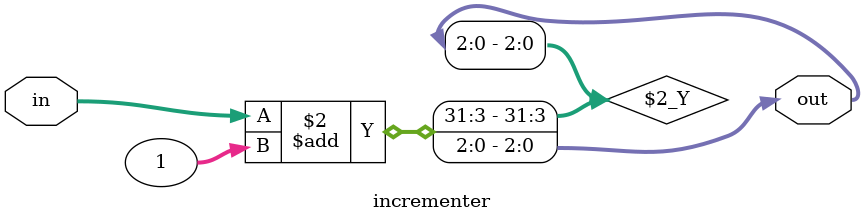
<source format=sv>
`timescale 1ns / 1ps


module General1x3Reg(input logic clk, reset,en, input logic[2:0] in, output logic[2:0] out);


reg[2:0] data;

always@(posedge clk) begin

if(reset)
    data = 0;

else if(en) 
   data <= in;
    
out = data;

end

endmodule

module incrementer(input logic[2:0] in, output logic[2:0] out);

always_comb begin

out = in + 1;

end


endmodule


</source>
